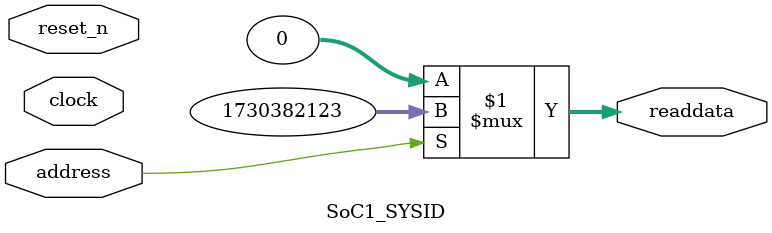
<source format=v>

`timescale 1ns / 1ps
// synthesis translate_on

// turn off superfluous verilog processor warnings 
// altera message_level Level1 
// altera message_off 10034 10035 10036 10037 10230 10240 10030 

module SoC1_SYSID (
               // inputs:
                address,
                clock,
                reset_n,

               // outputs:
                readdata
             )
;

  output  [ 31: 0] readdata;
  input            address;
  input            clock;
  input            reset_n;

  wire    [ 31: 0] readdata;
  //control_slave, which is an e_avalon_slave
  assign readdata = address ? 1730382123 : 0;

endmodule




</source>
